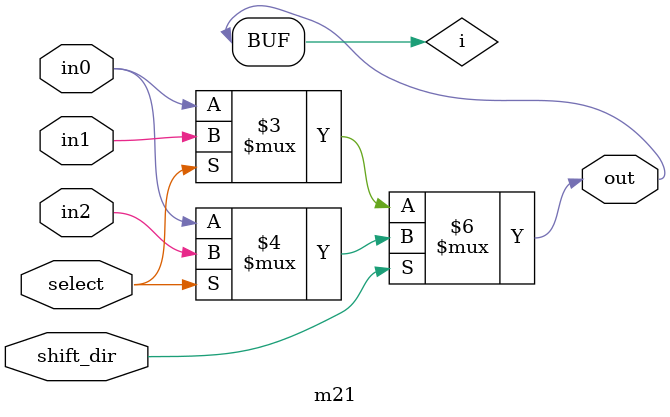
<source format=v>
`timescale 1ns / 1ps

// define a module for the design
module m21(in0,in1, in2, select,shift_dir,out);

// define input  port
input in0,in1, in2, select,shift_dir;

// define the output port
output out;

// assign one of the inputs to the output based upon select line input
reg i;
	
	always @( * )
	begin
		if ( shift_dir == 0)
			 i=(select)?in1:in0;
		else
			 i=(select)?in2:in0;
	end
	assign out = i;
endmodule 



</source>
